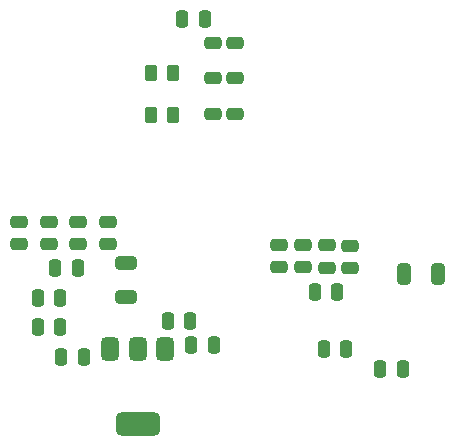
<source format=gbp>
%TF.GenerationSoftware,KiCad,Pcbnew,9.0.7*%
%TF.CreationDate,2026-02-05T23:33:27-06:00*%
%TF.ProjectId,dac_amp,6461635f-616d-4702-9e6b-696361645f70,rev?*%
%TF.SameCoordinates,Original*%
%TF.FileFunction,Paste,Bot*%
%TF.FilePolarity,Positive*%
%FSLAX46Y46*%
G04 Gerber Fmt 4.6, Leading zero omitted, Abs format (unit mm)*
G04 Created by KiCad (PCBNEW 9.0.7) date 2026-02-05 23:33:27*
%MOMM*%
%LPD*%
G01*
G04 APERTURE LIST*
G04 Aperture macros list*
%AMRoundRect*
0 Rectangle with rounded corners*
0 $1 Rounding radius*
0 $2 $3 $4 $5 $6 $7 $8 $9 X,Y pos of 4 corners*
0 Add a 4 corners polygon primitive as box body*
4,1,4,$2,$3,$4,$5,$6,$7,$8,$9,$2,$3,0*
0 Add four circle primitives for the rounded corners*
1,1,$1+$1,$2,$3*
1,1,$1+$1,$4,$5*
1,1,$1+$1,$6,$7*
1,1,$1+$1,$8,$9*
0 Add four rect primitives between the rounded corners*
20,1,$1+$1,$2,$3,$4,$5,0*
20,1,$1+$1,$4,$5,$6,$7,0*
20,1,$1+$1,$6,$7,$8,$9,0*
20,1,$1+$1,$8,$9,$2,$3,0*%
G04 Aperture macros list end*
%ADD10RoundRect,0.250000X0.250000X0.475000X-0.250000X0.475000X-0.250000X-0.475000X0.250000X-0.475000X0*%
%ADD11RoundRect,0.250000X-0.650000X0.325000X-0.650000X-0.325000X0.650000X-0.325000X0.650000X0.325000X0*%
%ADD12RoundRect,0.250000X-0.475000X0.250000X-0.475000X-0.250000X0.475000X-0.250000X0.475000X0.250000X0*%
%ADD13RoundRect,0.250000X0.475000X-0.250000X0.475000X0.250000X-0.475000X0.250000X-0.475000X-0.250000X0*%
%ADD14RoundRect,0.250000X-0.250000X-0.475000X0.250000X-0.475000X0.250000X0.475000X-0.250000X0.475000X0*%
%ADD15RoundRect,0.250000X0.262500X0.450000X-0.262500X0.450000X-0.262500X-0.450000X0.262500X-0.450000X0*%
%ADD16RoundRect,0.250000X0.325000X0.650000X-0.325000X0.650000X-0.325000X-0.650000X0.325000X-0.650000X0*%
%ADD17RoundRect,0.375000X-0.375000X0.625000X-0.375000X-0.625000X0.375000X-0.625000X0.375000X0.625000X0*%
%ADD18RoundRect,0.500000X-1.400000X0.500000X-1.400000X-0.500000X1.400000X-0.500000X1.400000X0.500000X0*%
G04 APERTURE END LIST*
D10*
%TO.C,C9*%
X142662500Y-70875000D03*
X140762500Y-70875000D03*
%TD*%
D11*
%TO.C,C19*%
X124000000Y-63525000D03*
X124000000Y-66475000D03*
%TD*%
D12*
%TO.C,C12*%
X117500000Y-60050000D03*
X117500000Y-61950000D03*
%TD*%
D13*
%TO.C,C6*%
X131350000Y-44900000D03*
X133250000Y-44900000D03*
%TD*%
D14*
%TO.C,C32*%
X127550000Y-68500000D03*
X129450000Y-68500000D03*
%TD*%
D13*
%TO.C,C4*%
X131350000Y-50900000D03*
X133250000Y-50900000D03*
%TD*%
D12*
%TO.C,C16*%
X139000000Y-62000000D03*
X139000000Y-63900000D03*
%TD*%
%TO.C,C13*%
X120000000Y-60050000D03*
X120000000Y-61950000D03*
%TD*%
%TO.C,C14*%
X122500000Y-60050000D03*
X122500000Y-61950000D03*
%TD*%
%TO.C,C11*%
X115000000Y-60050000D03*
X115000000Y-61950000D03*
%TD*%
D14*
%TO.C,C7*%
X116550000Y-69000000D03*
X118450000Y-69000000D03*
%TD*%
D13*
%TO.C,C5*%
X131350000Y-47900000D03*
X133250000Y-47900000D03*
%TD*%
D15*
%TO.C,R1*%
X128000000Y-47500000D03*
X126175000Y-47500000D03*
%TD*%
D12*
%TO.C,C17*%
X141000000Y-62050000D03*
X141000000Y-63950000D03*
%TD*%
D10*
%TO.C,C22*%
X141900000Y-66000000D03*
X140000000Y-66000000D03*
%TD*%
D15*
%TO.C,R2*%
X128000000Y-51000000D03*
X126175000Y-51000000D03*
%TD*%
D12*
%TO.C,C18*%
X143000000Y-62100000D03*
X143000000Y-64000000D03*
%TD*%
D14*
%TO.C,C8*%
X116550000Y-66500000D03*
X118450000Y-66500000D03*
%TD*%
D12*
%TO.C,C15*%
X137000000Y-62000000D03*
X137000000Y-63900000D03*
%TD*%
D10*
%TO.C,C10*%
X147450000Y-72500000D03*
X145550000Y-72500000D03*
%TD*%
D14*
%TO.C,C21*%
X118050000Y-64000000D03*
X119950000Y-64000000D03*
%TD*%
D16*
%TO.C,C20*%
X150475000Y-64500000D03*
X147525000Y-64500000D03*
%TD*%
D17*
%TO.C,U2*%
X122700000Y-70850000D03*
X125000000Y-70850000D03*
D18*
X125000000Y-77150000D03*
D17*
X127300000Y-70850000D03*
%TD*%
D10*
%TO.C,C1*%
X131450000Y-70500000D03*
X129550000Y-70500000D03*
%TD*%
%TO.C,C3*%
X120450000Y-71500000D03*
X118550000Y-71500000D03*
%TD*%
D14*
%TO.C,C2*%
X128800000Y-42900000D03*
X130700000Y-42900000D03*
%TD*%
M02*

</source>
